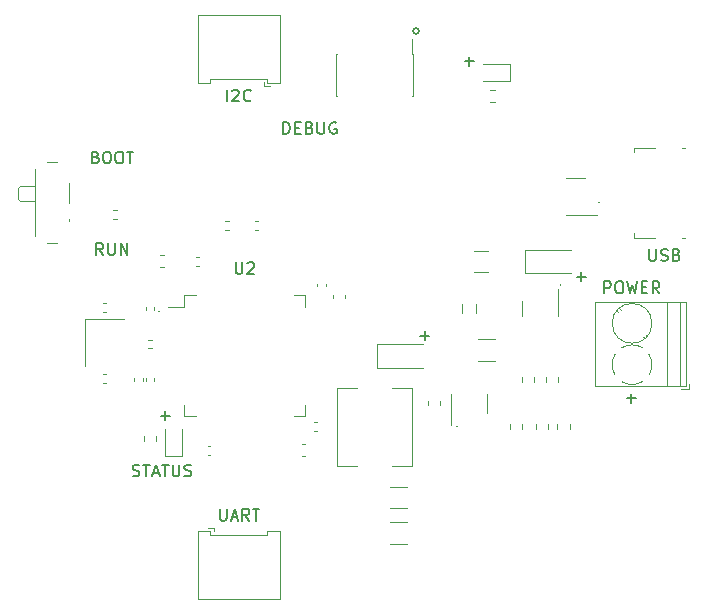
<source format=gbr>
%TF.GenerationSoftware,KiCad,Pcbnew,(6.0.1)*%
%TF.CreationDate,2022-05-20T16:10:24+03:00*%
%TF.ProjectId,STM32_based_project,53544d33-325f-4626-9173-65645f70726f,rev?*%
%TF.SameCoordinates,Original*%
%TF.FileFunction,Legend,Top*%
%TF.FilePolarity,Positive*%
%FSLAX46Y46*%
G04 Gerber Fmt 4.6, Leading zero omitted, Abs format (unit mm)*
G04 Created by KiCad (PCBNEW (6.0.1)) date 2022-05-20 16:10:24*
%MOMM*%
%LPD*%
G01*
G04 APERTURE LIST*
%ADD10C,0.150000*%
%ADD11C,0.120000*%
G04 APERTURE END LIST*
D10*
X116000001Y-98000000D02*
G75*
G03*
X116000001Y-98000000I-1J0D01*
G01*
X90750001Y-88250000D02*
G75*
G03*
X90750001Y-88250000I-1J0D01*
G01*
X124750001Y-86000000D02*
G75*
G03*
X124750001Y-86000000I-1J0D01*
G01*
X128000001Y-79000000D02*
G75*
G03*
X128000001Y-79000000I-1J0D01*
G01*
X112750000Y-64500000D02*
G75*
G03*
X112750000Y-64500000I-250000J0D01*
G01*
X90884047Y-97071428D02*
X91645952Y-97071428D01*
X91265000Y-97452380D02*
X91265000Y-96690476D01*
X128440476Y-86702380D02*
X128440476Y-85702380D01*
X128821428Y-85702380D01*
X128916666Y-85750000D01*
X128964285Y-85797619D01*
X129011904Y-85892857D01*
X129011904Y-86035714D01*
X128964285Y-86130952D01*
X128916666Y-86178571D01*
X128821428Y-86226190D01*
X128440476Y-86226190D01*
X129630952Y-85702380D02*
X129821428Y-85702380D01*
X129916666Y-85750000D01*
X130011904Y-85845238D01*
X130059523Y-86035714D01*
X130059523Y-86369047D01*
X130011904Y-86559523D01*
X129916666Y-86654761D01*
X129821428Y-86702380D01*
X129630952Y-86702380D01*
X129535714Y-86654761D01*
X129440476Y-86559523D01*
X129392857Y-86369047D01*
X129392857Y-86035714D01*
X129440476Y-85845238D01*
X129535714Y-85750000D01*
X129630952Y-85702380D01*
X130392857Y-85702380D02*
X130630952Y-86702380D01*
X130821428Y-85988095D01*
X131011904Y-86702380D01*
X131250000Y-85702380D01*
X131630952Y-86178571D02*
X131964285Y-86178571D01*
X132107142Y-86702380D02*
X131630952Y-86702380D01*
X131630952Y-85702380D01*
X132107142Y-85702380D01*
X133107142Y-86702380D02*
X132773809Y-86226190D01*
X132535714Y-86702380D02*
X132535714Y-85702380D01*
X132916666Y-85702380D01*
X133011904Y-85750000D01*
X133059523Y-85797619D01*
X133107142Y-85892857D01*
X133107142Y-86035714D01*
X133059523Y-86130952D01*
X133011904Y-86178571D01*
X132916666Y-86226190D01*
X132535714Y-86226190D01*
X96523809Y-70452380D02*
X96523809Y-69452380D01*
X96952380Y-69547619D02*
X97000000Y-69500000D01*
X97095238Y-69452380D01*
X97333333Y-69452380D01*
X97428571Y-69500000D01*
X97476190Y-69547619D01*
X97523809Y-69642857D01*
X97523809Y-69738095D01*
X97476190Y-69880952D01*
X96904761Y-70452380D01*
X97523809Y-70452380D01*
X98523809Y-70357142D02*
X98476190Y-70404761D01*
X98333333Y-70452380D01*
X98238095Y-70452380D01*
X98095238Y-70404761D01*
X98000000Y-70309523D01*
X97952380Y-70214285D01*
X97904761Y-70023809D01*
X97904761Y-69880952D01*
X97952380Y-69690476D01*
X98000000Y-69595238D01*
X98095238Y-69500000D01*
X98238095Y-69452380D01*
X98333333Y-69452380D01*
X98476190Y-69500000D01*
X98523809Y-69547619D01*
X85392857Y-75178571D02*
X85535714Y-75226190D01*
X85583333Y-75273809D01*
X85630952Y-75369047D01*
X85630952Y-75511904D01*
X85583333Y-75607142D01*
X85535714Y-75654761D01*
X85440476Y-75702380D01*
X85059523Y-75702380D01*
X85059523Y-74702380D01*
X85392857Y-74702380D01*
X85488095Y-74750000D01*
X85535714Y-74797619D01*
X85583333Y-74892857D01*
X85583333Y-74988095D01*
X85535714Y-75083333D01*
X85488095Y-75130952D01*
X85392857Y-75178571D01*
X85059523Y-75178571D01*
X86250000Y-74702380D02*
X86440476Y-74702380D01*
X86535714Y-74750000D01*
X86630952Y-74845238D01*
X86678571Y-75035714D01*
X86678571Y-75369047D01*
X86630952Y-75559523D01*
X86535714Y-75654761D01*
X86440476Y-75702380D01*
X86250000Y-75702380D01*
X86154761Y-75654761D01*
X86059523Y-75559523D01*
X86011904Y-75369047D01*
X86011904Y-75035714D01*
X86059523Y-74845238D01*
X86154761Y-74750000D01*
X86250000Y-74702380D01*
X87297619Y-74702380D02*
X87488095Y-74702380D01*
X87583333Y-74750000D01*
X87678571Y-74845238D01*
X87726190Y-75035714D01*
X87726190Y-75369047D01*
X87678571Y-75559523D01*
X87583333Y-75654761D01*
X87488095Y-75702380D01*
X87297619Y-75702380D01*
X87202380Y-75654761D01*
X87107142Y-75559523D01*
X87059523Y-75369047D01*
X87059523Y-75035714D01*
X87107142Y-74845238D01*
X87202380Y-74750000D01*
X87297619Y-74702380D01*
X88011904Y-74702380D02*
X88583333Y-74702380D01*
X88297619Y-75702380D02*
X88297619Y-74702380D01*
X112869047Y-90321428D02*
X113630952Y-90321428D01*
X113250000Y-90702380D02*
X113250000Y-89940476D01*
X116619047Y-67071428D02*
X117380952Y-67071428D01*
X117000000Y-67452380D02*
X117000000Y-66690476D01*
X132238095Y-82952380D02*
X132238095Y-83761904D01*
X132285714Y-83857142D01*
X132333333Y-83904761D01*
X132428571Y-83952380D01*
X132619047Y-83952380D01*
X132714285Y-83904761D01*
X132761904Y-83857142D01*
X132809523Y-83761904D01*
X132809523Y-82952380D01*
X133238095Y-83904761D02*
X133380952Y-83952380D01*
X133619047Y-83952380D01*
X133714285Y-83904761D01*
X133761904Y-83857142D01*
X133809523Y-83761904D01*
X133809523Y-83666666D01*
X133761904Y-83571428D01*
X133714285Y-83523809D01*
X133619047Y-83476190D01*
X133428571Y-83428571D01*
X133333333Y-83380952D01*
X133285714Y-83333333D01*
X133238095Y-83238095D01*
X133238095Y-83142857D01*
X133285714Y-83047619D01*
X133333333Y-83000000D01*
X133428571Y-82952380D01*
X133666666Y-82952380D01*
X133809523Y-83000000D01*
X134571428Y-83428571D02*
X134714285Y-83476190D01*
X134761904Y-83523809D01*
X134809523Y-83619047D01*
X134809523Y-83761904D01*
X134761904Y-83857142D01*
X134714285Y-83904761D01*
X134619047Y-83952380D01*
X134238095Y-83952380D01*
X134238095Y-82952380D01*
X134571428Y-82952380D01*
X134666666Y-83000000D01*
X134714285Y-83047619D01*
X134761904Y-83142857D01*
X134761904Y-83238095D01*
X134714285Y-83333333D01*
X134666666Y-83380952D01*
X134571428Y-83428571D01*
X134238095Y-83428571D01*
X101261904Y-73202380D02*
X101261904Y-72202380D01*
X101500000Y-72202380D01*
X101642857Y-72250000D01*
X101738095Y-72345238D01*
X101785714Y-72440476D01*
X101833333Y-72630952D01*
X101833333Y-72773809D01*
X101785714Y-72964285D01*
X101738095Y-73059523D01*
X101642857Y-73154761D01*
X101500000Y-73202380D01*
X101261904Y-73202380D01*
X102261904Y-72678571D02*
X102595238Y-72678571D01*
X102738095Y-73202380D02*
X102261904Y-73202380D01*
X102261904Y-72202380D01*
X102738095Y-72202380D01*
X103500000Y-72678571D02*
X103642857Y-72726190D01*
X103690476Y-72773809D01*
X103738095Y-72869047D01*
X103738095Y-73011904D01*
X103690476Y-73107142D01*
X103642857Y-73154761D01*
X103547619Y-73202380D01*
X103166666Y-73202380D01*
X103166666Y-72202380D01*
X103500000Y-72202380D01*
X103595238Y-72250000D01*
X103642857Y-72297619D01*
X103690476Y-72392857D01*
X103690476Y-72488095D01*
X103642857Y-72583333D01*
X103595238Y-72630952D01*
X103500000Y-72678571D01*
X103166666Y-72678571D01*
X104166666Y-72202380D02*
X104166666Y-73011904D01*
X104214285Y-73107142D01*
X104261904Y-73154761D01*
X104357142Y-73202380D01*
X104547619Y-73202380D01*
X104642857Y-73154761D01*
X104690476Y-73107142D01*
X104738095Y-73011904D01*
X104738095Y-72202380D01*
X105738095Y-72250000D02*
X105642857Y-72202380D01*
X105500000Y-72202380D01*
X105357142Y-72250000D01*
X105261904Y-72345238D01*
X105214285Y-72440476D01*
X105166666Y-72630952D01*
X105166666Y-72773809D01*
X105214285Y-72964285D01*
X105261904Y-73059523D01*
X105357142Y-73154761D01*
X105500000Y-73202380D01*
X105595238Y-73202380D01*
X105738095Y-73154761D01*
X105785714Y-73107142D01*
X105785714Y-72773809D01*
X105595238Y-72773809D01*
X95904761Y-104952380D02*
X95904761Y-105761904D01*
X95952380Y-105857142D01*
X96000000Y-105904761D01*
X96095238Y-105952380D01*
X96285714Y-105952380D01*
X96380952Y-105904761D01*
X96428571Y-105857142D01*
X96476190Y-105761904D01*
X96476190Y-104952380D01*
X96904761Y-105666666D02*
X97380952Y-105666666D01*
X96809523Y-105952380D02*
X97142857Y-104952380D01*
X97476190Y-105952380D01*
X98380952Y-105952380D02*
X98047619Y-105476190D01*
X97809523Y-105952380D02*
X97809523Y-104952380D01*
X98190476Y-104952380D01*
X98285714Y-105000000D01*
X98333333Y-105047619D01*
X98380952Y-105142857D01*
X98380952Y-105285714D01*
X98333333Y-105380952D01*
X98285714Y-105428571D01*
X98190476Y-105476190D01*
X97809523Y-105476190D01*
X98666666Y-104952380D02*
X99238095Y-104952380D01*
X98952380Y-105952380D02*
X98952380Y-104952380D01*
X88523809Y-102154761D02*
X88666666Y-102202380D01*
X88904761Y-102202380D01*
X89000000Y-102154761D01*
X89047619Y-102107142D01*
X89095238Y-102011904D01*
X89095238Y-101916666D01*
X89047619Y-101821428D01*
X89000000Y-101773809D01*
X88904761Y-101726190D01*
X88714285Y-101678571D01*
X88619047Y-101630952D01*
X88571428Y-101583333D01*
X88523809Y-101488095D01*
X88523809Y-101392857D01*
X88571428Y-101297619D01*
X88619047Y-101250000D01*
X88714285Y-101202380D01*
X88952380Y-101202380D01*
X89095238Y-101250000D01*
X89380952Y-101202380D02*
X89952380Y-101202380D01*
X89666666Y-102202380D02*
X89666666Y-101202380D01*
X90238095Y-101916666D02*
X90714285Y-101916666D01*
X90142857Y-102202380D02*
X90476190Y-101202380D01*
X90809523Y-102202380D01*
X91000000Y-101202380D02*
X91571428Y-101202380D01*
X91285714Y-102202380D02*
X91285714Y-101202380D01*
X91904761Y-101202380D02*
X91904761Y-102011904D01*
X91952380Y-102107142D01*
X92000000Y-102154761D01*
X92095238Y-102202380D01*
X92285714Y-102202380D01*
X92380952Y-102154761D01*
X92428571Y-102107142D01*
X92476190Y-102011904D01*
X92476190Y-101202380D01*
X92904761Y-102154761D02*
X93047619Y-102202380D01*
X93285714Y-102202380D01*
X93380952Y-102154761D01*
X93428571Y-102107142D01*
X93476190Y-102011904D01*
X93476190Y-101916666D01*
X93428571Y-101821428D01*
X93380952Y-101773809D01*
X93285714Y-101726190D01*
X93095238Y-101678571D01*
X93000000Y-101630952D01*
X92952380Y-101583333D01*
X92904761Y-101488095D01*
X92904761Y-101392857D01*
X92952380Y-101297619D01*
X93000000Y-101250000D01*
X93095238Y-101202380D01*
X93333333Y-101202380D01*
X93476190Y-101250000D01*
X130369047Y-95571428D02*
X131130952Y-95571428D01*
X130750000Y-95952380D02*
X130750000Y-95190476D01*
X86011904Y-83452380D02*
X85678571Y-82976190D01*
X85440476Y-83452380D02*
X85440476Y-82452380D01*
X85821428Y-82452380D01*
X85916666Y-82500000D01*
X85964285Y-82547619D01*
X86011904Y-82642857D01*
X86011904Y-82785714D01*
X85964285Y-82880952D01*
X85916666Y-82928571D01*
X85821428Y-82976190D01*
X85440476Y-82976190D01*
X86440476Y-82452380D02*
X86440476Y-83261904D01*
X86488095Y-83357142D01*
X86535714Y-83404761D01*
X86630952Y-83452380D01*
X86821428Y-83452380D01*
X86916666Y-83404761D01*
X86964285Y-83357142D01*
X87011904Y-83261904D01*
X87011904Y-82452380D01*
X87488095Y-83452380D02*
X87488095Y-82452380D01*
X88059523Y-83452380D01*
X88059523Y-82452380D01*
X126119047Y-85321428D02*
X126880952Y-85321428D01*
X126500000Y-85702380D02*
X126500000Y-84940476D01*
%TO.C,U2*%
X97238095Y-84052380D02*
X97238095Y-84861904D01*
X97285714Y-84957142D01*
X97333333Y-85004761D01*
X97428571Y-85052380D01*
X97619047Y-85052380D01*
X97714285Y-85004761D01*
X97761904Y-84957142D01*
X97809523Y-84861904D01*
X97809523Y-84052380D01*
X98238095Y-84147619D02*
X98285714Y-84100000D01*
X98380952Y-84052380D01*
X98619047Y-84052380D01*
X98714285Y-84100000D01*
X98761904Y-84147619D01*
X98809523Y-84242857D01*
X98809523Y-84338095D01*
X98761904Y-84480952D01*
X98190476Y-85052380D01*
X98809523Y-85052380D01*
D11*
%TO.C,C7*%
X95107836Y-100360000D02*
X94892164Y-100360000D01*
X95107836Y-99640000D02*
X94892164Y-99640000D01*
%TO.C,R9*%
X90522500Y-98762742D02*
X90522500Y-99237258D01*
X89477500Y-98762742D02*
X89477500Y-99237258D01*
%TO.C,SW1*%
X80270000Y-76150000D02*
X80270000Y-81850000D01*
X82070000Y-75550000D02*
X81280000Y-75550000D01*
X78980000Y-77600000D02*
X78770000Y-77800000D01*
X78770000Y-77800000D02*
X78770000Y-78700000D01*
X83120000Y-77400000D02*
X83120000Y-79100000D01*
X83120000Y-80400000D02*
X83120000Y-80600000D01*
X80270000Y-77600000D02*
X78980000Y-77600000D01*
X78980000Y-78900000D02*
X80270000Y-78900000D01*
X81280000Y-82450000D02*
X82070000Y-82450000D01*
X78980000Y-78900000D02*
X78770000Y-78700000D01*
%TO.C,D3*%
X91265000Y-98200000D02*
X91265000Y-100485000D01*
X91265000Y-100485000D02*
X92735000Y-100485000D01*
X92735000Y-100485000D02*
X92735000Y-98200000D01*
%TO.C,FB1*%
X117560000Y-87600378D02*
X117560000Y-88399622D01*
X116440000Y-87600378D02*
X116440000Y-88399622D01*
%TO.C,C11*%
X88640000Y-94107836D02*
X88640000Y-93892164D01*
X89360000Y-94107836D02*
X89360000Y-93892164D01*
%TO.C,C6*%
X89640000Y-88107836D02*
X89640000Y-87892164D01*
X90360000Y-88107836D02*
X90360000Y-87892164D01*
%TO.C,R8*%
X89846359Y-90620000D02*
X90153641Y-90620000D01*
X89846359Y-91380000D02*
X90153641Y-91380000D01*
%TO.C,R11*%
X96658641Y-80615000D02*
X96351359Y-80615000D01*
X96658641Y-81375000D02*
X96351359Y-81375000D01*
%TO.C,U1*%
X115440000Y-96062500D02*
X115440000Y-95262500D01*
X118560000Y-96062500D02*
X118560000Y-95262500D01*
X118560000Y-96062500D02*
X118560000Y-96862500D01*
X115440000Y-96062500D02*
X115440000Y-97862500D01*
%TO.C,R1*%
X122522500Y-94237258D02*
X122522500Y-93762742D01*
X121477500Y-94237258D02*
X121477500Y-93762742D01*
%TO.C,J4*%
X97500000Y-68560000D02*
X99915000Y-68560000D01*
X99625000Y-69150000D02*
X100125000Y-69150000D01*
X95085000Y-68560000D02*
X95085000Y-68860000D01*
X100985000Y-68860000D02*
X100985000Y-63140000D01*
X100985000Y-63140000D02*
X97500000Y-63140000D01*
X94015000Y-68860000D02*
X94015000Y-63140000D01*
X99625000Y-68850000D02*
X99625000Y-69150000D01*
X99915000Y-68860000D02*
X100985000Y-68860000D01*
X97500000Y-68560000D02*
X95085000Y-68560000D01*
X99915000Y-68560000D02*
X99915000Y-68860000D01*
X95085000Y-68860000D02*
X94015000Y-68860000D01*
X94015000Y-63140000D02*
X97500000Y-63140000D01*
%TO.C,D4*%
X120485000Y-68735000D02*
X120485000Y-67265000D01*
X120485000Y-67265000D02*
X118200000Y-67265000D01*
X118200000Y-68735000D02*
X120485000Y-68735000D01*
%TO.C,R3*%
X121522500Y-97762742D02*
X121522500Y-98237258D01*
X120477500Y-97762742D02*
X120477500Y-98237258D01*
%TO.C,C16*%
X86257836Y-93540000D02*
X86042164Y-93540000D01*
X86257836Y-94260000D02*
X86042164Y-94260000D01*
%TO.C,C4*%
X114510000Y-96140580D02*
X114510000Y-95859420D01*
X113490000Y-96140580D02*
X113490000Y-95859420D01*
%TO.C,C14*%
X105490000Y-87140580D02*
X105490000Y-86859420D01*
X106510000Y-87140580D02*
X106510000Y-86859420D01*
%TO.C,R4*%
X122652500Y-98237258D02*
X122652500Y-97762742D01*
X123697500Y-98237258D02*
X123697500Y-97762742D01*
%TO.C,J1*%
X133800000Y-94560000D02*
X133800000Y-87440000D01*
X127640000Y-94560000D02*
X127640000Y-87440000D01*
X129731000Y-87975000D02*
X129859000Y-88104000D01*
X135360000Y-94560000D02*
X135360000Y-87440000D01*
X131981000Y-90225000D02*
X132074000Y-90319000D01*
X134900000Y-94560000D02*
X134900000Y-87440000D01*
X134960000Y-94800000D02*
X135600000Y-94800000D01*
X127640000Y-94560000D02*
X135360000Y-94560000D01*
X135600000Y-94800000D02*
X135600000Y-94400000D01*
X129525000Y-88180000D02*
X129619000Y-88274000D01*
X131741000Y-90395000D02*
X131869000Y-90524000D01*
X127640000Y-87440000D02*
X135360000Y-87440000D01*
X129934000Y-94190001D02*
G75*
G03*
X131689894Y-94175358I866000J1439999D01*
G01*
X132480000Y-92750000D02*
G75*
G03*
X132224721Y-91859736I-1679990J3D01*
G01*
X129359999Y-91884000D02*
G75*
G03*
X129374642Y-93639894I1439999J-866000D01*
G01*
X132240000Y-93616000D02*
G75*
G03*
X132480099Y-92721326I-1440014J866003D01*
G01*
X131691000Y-91325000D02*
G75*
G03*
X129909807Y-91324496I-891000J-1425003D01*
G01*
X132480000Y-89250000D02*
G75*
G03*
X132480000Y-89250000I-1680000J0D01*
G01*
%TO.C,L1*%
X112200000Y-101362500D02*
X110500000Y-101362500D01*
X110500000Y-94762500D02*
X112200000Y-94762500D01*
X105800000Y-101362500D02*
X105800000Y-94762500D01*
X112200000Y-94762500D02*
X112200000Y-101362500D01*
X105800000Y-94762500D02*
X107500000Y-94762500D01*
X107500000Y-101362500D02*
X105800000Y-101362500D01*
%TO.C,J3*%
X95375000Y-106550000D02*
X94875000Y-106550000D01*
X95085000Y-106840000D02*
X94015000Y-106840000D01*
X99915000Y-107140000D02*
X99915000Y-106840000D01*
X99915000Y-106840000D02*
X100985000Y-106840000D01*
X95375000Y-106850000D02*
X95375000Y-106550000D01*
X94015000Y-106840000D02*
X94015000Y-112560000D01*
X97500000Y-107140000D02*
X95085000Y-107140000D01*
X95085000Y-107140000D02*
X95085000Y-106840000D01*
X97500000Y-107140000D02*
X99915000Y-107140000D01*
X100985000Y-112560000D02*
X97500000Y-112560000D01*
X100985000Y-106840000D02*
X100985000Y-112560000D01*
X94015000Y-112560000D02*
X97500000Y-112560000D01*
%TO.C,C13*%
X102859420Y-100510000D02*
X103140580Y-100510000D01*
X102859420Y-99490000D02*
X103140580Y-99490000D01*
%TO.C,U3*%
X126000000Y-80060000D02*
X127800000Y-80060000D01*
X126000000Y-76940000D02*
X126800000Y-76940000D01*
X126000000Y-76940000D02*
X125200000Y-76940000D01*
X126000000Y-80060000D02*
X125200000Y-80060000D01*
%TO.C,F1*%
X118602064Y-84910000D02*
X117397936Y-84910000D01*
X118602064Y-83090000D02*
X117397936Y-83090000D01*
%TO.C,D2*%
X109225000Y-91000000D02*
X113125000Y-91000000D01*
X109225000Y-91000000D02*
X109225000Y-93000000D01*
X109225000Y-93000000D02*
X113125000Y-93000000D01*
%TO.C,J2*%
X112170000Y-65160000D02*
X112170000Y-66485000D01*
X112235000Y-70015000D02*
X112170000Y-70015000D01*
X105765000Y-66485000D02*
X105765000Y-70015000D01*
X105830000Y-66485000D02*
X105765000Y-66485000D01*
X112235000Y-66485000D02*
X112170000Y-66485000D01*
X105830000Y-70015000D02*
X105765000Y-70015000D01*
X112235000Y-66485000D02*
X112235000Y-70015000D01*
%TO.C,Q1*%
X124560000Y-88000000D02*
X124560000Y-88650000D01*
X121440000Y-88000000D02*
X121440000Y-88650000D01*
X121440000Y-88000000D02*
X121440000Y-87350000D01*
X124560000Y-88000000D02*
X124560000Y-86325000D01*
%TO.C,C8*%
X103892164Y-98360000D02*
X104107836Y-98360000D01*
X103892164Y-97640000D02*
X104107836Y-97640000D01*
%TO.C,R2*%
X123477500Y-93762742D02*
X123477500Y-94237258D01*
X124522500Y-93762742D02*
X124522500Y-94237258D01*
%TO.C,C10*%
X93892164Y-84360000D02*
X94107836Y-84360000D01*
X93892164Y-83640000D02*
X94107836Y-83640000D01*
%TO.C,D1*%
X121750000Y-83000000D02*
X125650000Y-83000000D01*
X121750000Y-83000000D02*
X121750000Y-85000000D01*
X121750000Y-85000000D02*
X125650000Y-85000000D01*
%TO.C,C3*%
X111711252Y-106090000D02*
X110288748Y-106090000D01*
X111711252Y-107910000D02*
X110288748Y-107910000D01*
%TO.C,C12*%
X90360000Y-94107836D02*
X90360000Y-93892164D01*
X89640000Y-94107836D02*
X89640000Y-93892164D01*
%TO.C,R7*%
X87153641Y-80380000D02*
X86846359Y-80380000D01*
X87153641Y-79620000D02*
X86846359Y-79620000D01*
%TO.C,J5*%
X135300000Y-81985000D02*
X135040000Y-81985000D01*
X130990000Y-74365000D02*
X130990000Y-74745000D01*
X132760000Y-81985000D02*
X130990000Y-81985000D01*
X130990000Y-74365000D02*
X132760000Y-74365000D01*
X130990000Y-81985000D02*
X130990000Y-81605000D01*
X135040000Y-74365000D02*
X135300000Y-74365000D01*
%TO.C,C9*%
X104860000Y-86107836D02*
X104860000Y-85892164D01*
X104140000Y-86107836D02*
X104140000Y-85892164D01*
%TO.C,C2*%
X111711252Y-103090000D02*
X110288748Y-103090000D01*
X111711252Y-104910000D02*
X110288748Y-104910000D01*
%TO.C,R6*%
X118762742Y-70522500D02*
X119237258Y-70522500D01*
X118762742Y-69477500D02*
X119237258Y-69477500D01*
%TO.C,C15*%
X86042164Y-88260000D02*
X86257836Y-88260000D01*
X86042164Y-87540000D02*
X86257836Y-87540000D01*
%TO.C,C5*%
X91140580Y-84510000D02*
X90859420Y-84510000D01*
X91140580Y-83490000D02*
X90859420Y-83490000D01*
%TO.C,R10*%
X98851359Y-81375000D02*
X99158641Y-81375000D01*
X98851359Y-80615000D02*
X99158641Y-80615000D01*
%TO.C,R5*%
X124477500Y-97762742D02*
X124477500Y-98237258D01*
X125522500Y-97762742D02*
X125522500Y-98237258D01*
%TO.C,Y1*%
X84500000Y-88900000D02*
X84500000Y-92900000D01*
X87800000Y-88900000D02*
X84500000Y-88900000D01*
%TO.C,C1*%
X117788748Y-90590000D02*
X119211252Y-90590000D01*
X117788748Y-92410000D02*
X119211252Y-92410000D01*
%TO.C,U2*%
X103110000Y-86890000D02*
X103110000Y-87840000D01*
X102160000Y-97110000D02*
X103110000Y-97110000D01*
X93840000Y-97110000D02*
X92890000Y-97110000D01*
X93840000Y-86890000D02*
X92890000Y-86890000D01*
X103110000Y-97110000D02*
X103110000Y-96160000D01*
X102160000Y-86890000D02*
X103110000Y-86890000D01*
X92890000Y-97110000D02*
X92890000Y-96160000D01*
X92890000Y-87840000D02*
X91550000Y-87840000D01*
X92890000Y-86890000D02*
X92890000Y-87840000D01*
%TD*%
M02*

</source>
